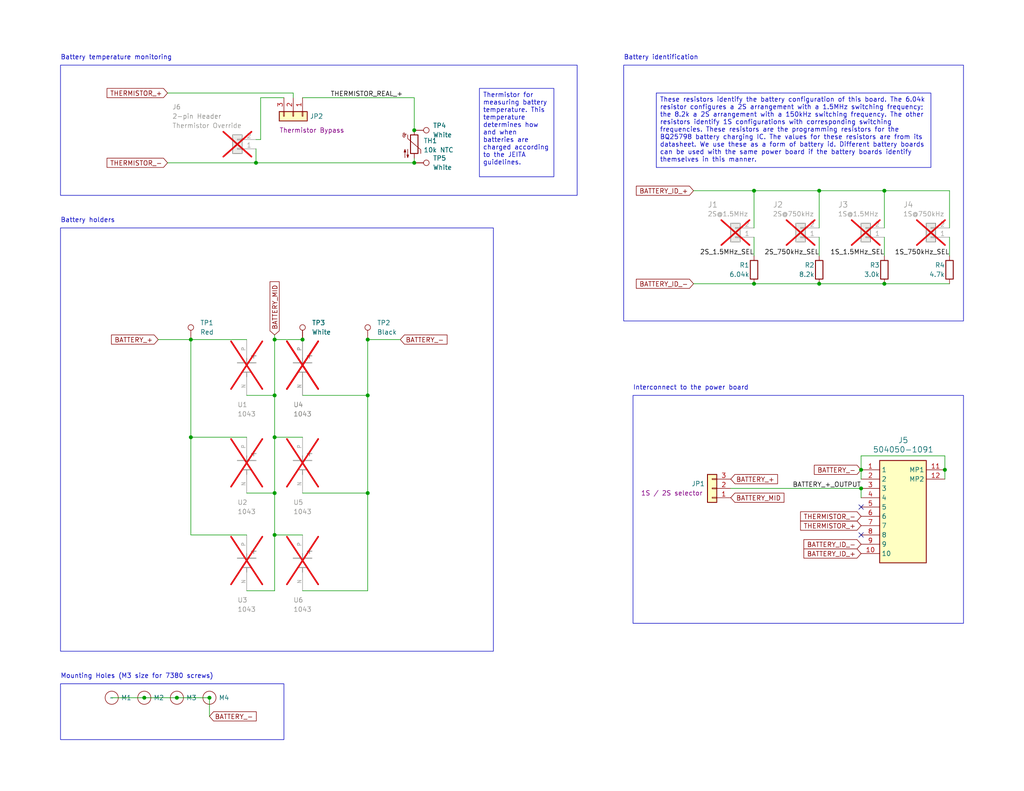
<source format=kicad_sch>
(kicad_sch (version 20230121) (generator eeschema)
  (paper "USLetter")
  (lib_symbols
    (symbol "Connector_Generic:Conn_01x02" (pin_names (offset 1.016) hide)
      (property "Reference" "J" (at 0 2.54 0))
      (property "Value" "Conn_01x02" (at 0 -5.08 0))
      (symbol "Conn_01x02_1_1"
        (rectangle (start -1.27 -2.413) (end 0 -2.667) (stroke (width 0.1524)))
        (rectangle (start -1.27 0.127) (end 0 -0.127) (stroke (width 0.1524)))
        (rectangle (start -1.27 1.27) (end 1.27 -3.81) (stroke (width 0.254)) (fill (type background)))
        (pin passive line (at -5.08 0 0) (length 3.81) (name "Pin_1") (number "1"))
        (pin passive line (at -5.08 -2.54 0) (length 3.81) (name "Pin_2") (number "2"))
      )
    )
    (symbol "Connector_Generic:Conn_01x03" (pin_names (offset 1.016) hide)
      (property "Reference" "J" (at 0 5.08 0))
      (property "Value" "Conn_01x03" (at 0 -5.08 0))
      (symbol "Conn_01x03_1_1"
        (rectangle (start -1.27 -2.413) (end 0 -2.667) (stroke (width 0.1524)))
        (rectangle (start -1.27 0.127) (end 0 -0.127) (stroke (width 0.1524)))
        (rectangle (start -1.27 2.667) (end 0 2.413) (stroke (width 0.1524)))
        (rectangle (start -1.27 3.81) (end 1.27 -3.81) (stroke (width 0.254)) (fill (type background)))
        (pin passive line (at -5.08 2.54 0) (length 3.81) (name "Pin_1") (number "1"))
        (pin passive line (at -5.08 0 0) (length 3.81) (name "Pin_2") (number "2"))
        (pin passive line (at -5.08 -2.54 0) (length 3.81) (name "Pin_3") (number "3"))
      )
    )
    (symbol "Device:R" (pin_numbers hide) (pin_names (offset 0))
      (property "Reference" "R" (at 2.032 0 90))
      (property "Value" "R" (at 0 0 90))
      (symbol "R_0_1"
        (rectangle (start -1.016 -2.54) (end 1.016 2.54) (stroke (width 0.254)))
      )
      (symbol "R_1_1"
        (pin passive line (at 0 3.81 270) (length 1.27) (name "~") (number "1"))
        (pin passive line (at 0 -3.81 90) (length 1.27) (name "~") (number "2"))
      )
    )
    (symbol "Device:Thermistor_NTC" (pin_numbers hide) (pin_names (offset 0))
      (property "Reference" "TH" (at -4.445 0 90))
      (property "Value" "Thermistor_NTC" (at 3.175 0 90))
      (symbol "Thermistor_NTC_0_1"
        (arc (start -3.048 2.159) (mid -3.0495 2.3143) (end -3.175 2.413))
        (arc (start -3.048 2.159) (mid -2.9736 1.9794) (end -2.794 1.905))
        (arc (start -3.048 2.794) (mid -2.9736 2.6144) (end -2.794 2.54))
        (arc (start -2.794 1.905) (mid -2.6144 1.9794) (end -2.54 2.159))
        (arc (start -2.794 2.54) (mid -2.4393 2.5587) (end -2.159 2.794))
        (arc (start -2.794 3.048) (mid -2.9736 2.9736) (end -3.048 2.794))
        (arc (start -2.54 2.794) (mid -2.6144 2.9736) (end -2.794 3.048))
        (rectangle (start -1.016 2.54) (end 1.016 -2.54) (stroke (width 0.254)))
        (polyline (pts (xy -2.54 2.159) (xy -2.54 2.794)))
        (polyline (pts (xy -1.778 2.54) (xy -1.778 1.524) (xy 1.778 -1.524) (xy 1.778 -2.54)))
        (polyline (pts (xy -2.54 -3.683) (xy -2.54 -1.397) (xy -2.794 -2.159) (xy -2.286 -2.159) (xy -2.54 -1.397) (xy -2.54 -1.651)) (fill (type outline)))
        (polyline (pts (xy -1.778 -1.397) (xy -1.778 -3.683) (xy -2.032 -2.921) (xy -1.524 -2.921) (xy -1.778 -3.683) (xy -1.778 -3.429)) (fill (type outline)))
      )
      (symbol "Thermistor_NTC_1_1"
        (pin passive line (at 0 3.81 270) (length 1.27) (name "~") (number "1"))
        (pin passive line (at 0 -3.81 90) (length 1.27) (name "~") (number "2"))
      )
    )
    (symbol "Molex 504050-1091:504050-1091"
      (property "Reference" "J" (at 5.08 7.62 0))
      (property "Value" "504050-1091" (at 5.08 5.08 0))
      (symbol "504050-1091_1_1"
        (rectangle (start 5.08 2.54) (end 17.78 -25.4) (stroke (width 0.254)) (fill (type background)))
        (pin passive line (at 0 0 0) (length 5.08) (name "1") (number "1"))
        (pin passive line (at 0 -22.86 0) (length 5.08) (name "10") (number "10"))
        (pin passive line (at 22.86 0 180) (length 5.08) (name "MP1") (number "11"))
        (pin passive line (at 22.86 -2.54 180) (length 5.08) (name "MP2") (number "12"))
        (pin passive line (at 0 -2.54 0) (length 5.08) (name "2") (number "2"))
        (pin passive line (at 0 -5.08 0) (length 5.08) (name "3") (number "3"))
        (pin passive line (at 0 -7.62 0) (length 5.08) (name "4") (number "4"))
        (pin passive line (at 0 -10.16 0) (length 5.08) (name "5") (number "5"))
        (pin passive line (at 0 -12.7 0) (length 5.08) (name "6") (number "6"))
        (pin passive line (at 0 -15.24 0) (length 5.08) (name "7") (number "7"))
        (pin passive line (at 0 -17.78 0) (length 5.08) (name "8") (number "8"))
        (pin passive line (at 0 -20.32 0) (length 5.08) (name "9") (number "9"))
      )
    )
    (symbol "Mounting Holes:Mounting_Hole_M3_ISO_7380" (in_bom no)
      (property "Reference" "M" (at 0 0 0))
      (symbol "Mounting_Hole_M3_ISO_7380_0_1"
        (circle (center 0 0) (radius 1.7961))
      )
      (symbol "Mounting_Hole_M3_ISO_7380_1_1"
        (pin passive line (at 0 0 0) (length 2.54) hide (name "Hole") (number "1"))
      )
    )
    (symbol "TVSC:Keystone_1043" (pin_names (offset 1.016))
      (property "Reference" "BT" (at -3.81 3.81 0))
      (symbol "Keystone_1043_0_0"
        (polyline (pts (xy -3.81 1.905) (xy -2.54 1.905)) (stroke (width 0.254)))
        (polyline (pts (xy -3.175 2.54) (xy -3.175 1.27)) (stroke (width 0.254)))
        (polyline (pts (xy -1.27 0) (xy -2.54 0)) (stroke (width 0.254)))
        (polyline (pts (xy -1.27 0) (xy -1.27 -2.54)) (stroke (width 0.254)))
        (polyline (pts (xy -1.27 2.54) (xy -1.27 0)) (stroke (width 0.254)))
        (polyline (pts (xy 1.27 0) (xy 1.27 -1.27)) (stroke (width 0.254)))
        (polyline (pts (xy 1.27 0) (xy 2.54 0)) (stroke (width 0.254)))
        (polyline (pts (xy 1.27 1.27) (xy 1.27 0)) (stroke (width 0.254)))
        (pin passive line (at 7.62 0 180) (length 5.08) (name "~") (number "N"))
        (pin passive line (at -7.62 0 0) (length 5.08) (name "~") (number "P"))
      )
    )
    (symbol "TVSC:TestPoint_Keystone_5000" (pin_numbers hide) (pin_names (offset 0.762) hide)
      (property "Reference" "TP" (at 0 6.858 0))
      (property "Value" "TestPoint" (at 0 5.08 0))
      (symbol "TestPoint_Keystone_5000_0_1"
        (circle (center 0 3.302) (radius 0.762))
      )
      (symbol "TestPoint_Keystone_5000_1_1"
        (pin passive line (at 0 0 90) (length 2.54) (name "1") (number "1"))
      )
    )
    (symbol "TVSC:TestPoint_Keystone_5001" (pin_numbers hide) (pin_names (offset 0.762) hide)
      (property "Reference" "TP" (at 0 6.858 0))
      (property "Value" "TestPoint" (at 0 5.08 0))
      (symbol "TestPoint_Keystone_5001_0_1"
        (circle (center 0 3.302) (radius 0.762))
      )
      (symbol "TestPoint_Keystone_5001_1_1"
        (pin passive line (at 0 0 90) (length 2.54) (name "1") (number "1"))
      )
    )
    (symbol "TVSC:TestPoint_Keystone_5002" (pin_numbers hide) (pin_names (offset 0.762) hide)
      (property "Reference" "TP" (at 0 6.858 0))
      (property "Value" "TestPoint" (at 0 5.08 0))
      (symbol "TestPoint_Keystone_5002_0_1"
        (circle (center 0 3.302) (radius 0.762))
      )
      (symbol "TestPoint_Keystone_5002_1_1"
        (pin passive line (at 0 0 90) (length 2.54) (name "1") (number "1"))
      )
    )
  )
  (junction (at 241.3 52.07))
  (junction (at 234.95 128.27))
  (junction (at 223.52 52.07))
  (junction (at 113.03 35.56))
  (junction (at 82.55 92.71))
  (junction (at 100.33 107.95))
  (junction (at 257.81 128.27))
  (junction (at 69.85 44.45))
  (junction (at 74.93 146.05))
  (junction (at 57.15 190.5))
  (junction (at 241.3 77.47))
  (junction (at 234.95 133.35))
  (junction (at 74.93 107.95))
  (junction (at 52.07 119.38))
  (junction (at 100.33 92.71))
  (junction (at 205.74 77.47))
  (junction (at 113.03 44.45))
  (junction (at 205.74 52.07))
  (junction (at 223.52 77.47))
  (junction (at 74.93 92.71))
  (junction (at 52.07 92.71))
  (junction (at 74.93 119.38))
  (junction (at 74.93 134.62))
  (junction (at 39.37 190.5))
  (junction (at 100.33 134.62))
  (junction (at 48.26 190.5))
  (no_connect (at 234.95 146.05))
  (no_connect (at 234.95 138.43))
  (wire (pts (xy 67.31 161.29) (xy 74.93 161.29)))
  (wire (pts (xy 74.93 92.71) (xy 82.55 92.71)))
  (wire (pts (xy 234.95 124.46) (xy 234.95 128.27)))
  (wire (pts (xy 82.55 134.62) (xy 100.33 134.62)))
  (wire (pts (xy 74.93 119.38) (xy 82.55 119.38)))
  (wire (pts (xy 234.95 133.35) (xy 234.95 135.89)))
  (wire (pts (xy 257.81 124.46) (xy 234.95 124.46)))
  (wire (pts (xy 241.3 77.47) (xy 259.08 77.47)))
  (wire (pts (xy 205.74 52.07) (xy 223.52 52.07)))
  (wire (pts (xy 189.23 77.47) (xy 205.74 77.47)))
  (wire (pts (xy 100.33 92.71) (xy 100.33 107.95)))
  (wire (pts (xy 52.07 146.05) (xy 67.31 146.05)))
  (wire (pts (xy 100.33 134.62) (xy 100.33 161.29)))
  (wire (pts (xy 241.3 52.07) (xy 259.08 52.07)))
  (wire (pts (xy 74.93 134.62) (xy 74.93 146.05)))
  (wire (pts (xy 52.07 119.38) (xy 52.07 146.05)))
  (wire (pts (xy 30.48 190.5) (xy 39.37 190.5)))
  (wire (pts (xy 234.95 128.27) (xy 234.95 130.81)))
  (wire (pts (xy 205.74 64.77) (xy 205.74 69.85)))
  (wire (pts (xy 259.08 64.77) (xy 259.08 69.85)))
  (wire (pts (xy 45.72 44.45) (xy 69.85 44.45)))
  (wire (pts (xy 80.01 25.4) (xy 80.01 26.67)))
  (wire (pts (xy 67.31 107.95) (xy 74.93 107.95)))
  (wire (pts (xy 257.81 128.27) (xy 257.81 124.46)))
  (wire (pts (xy 223.52 64.77) (xy 223.52 69.85)))
  (wire (pts (xy 74.93 92.71) (xy 74.93 91.44)))
  (wire (pts (xy 189.23 52.07) (xy 205.74 52.07)))
  (wire (pts (xy 52.07 119.38) (xy 67.31 119.38)))
  (wire (pts (xy 113.03 26.67) (xy 82.55 26.67)))
  (wire (pts (xy 241.3 52.07) (xy 241.3 62.23)))
  (wire (pts (xy 74.93 134.62) (xy 74.93 119.38)))
  (wire (pts (xy 223.52 77.47) (xy 241.3 77.47)))
  (wire (pts (xy 69.85 44.45) (xy 113.03 44.45)))
  (wire (pts (xy 259.08 52.07) (xy 259.08 62.23)))
  (wire (pts (xy 39.37 190.5) (xy 48.26 190.5)))
  (wire (pts (xy 45.72 25.4) (xy 80.01 25.4)))
  (wire (pts (xy 69.85 38.1) (xy 71.12 38.1)))
  (wire (pts (xy 57.15 190.5) (xy 57.15 195.58)))
  (wire (pts (xy 48.26 190.5) (xy 57.15 190.5)))
  (wire (pts (xy 100.33 92.71) (xy 109.22 92.71)))
  (wire (pts (xy 74.93 107.95) (xy 74.93 92.71)))
  (wire (pts (xy 223.52 52.07) (xy 241.3 52.07)))
  (wire (pts (xy 71.12 26.67) (xy 71.12 38.1)))
  (wire (pts (xy 52.07 92.71) (xy 67.31 92.71)))
  (wire (pts (xy 113.03 44.45) (xy 113.03 43.18)))
  (wire (pts (xy 82.55 161.29) (xy 100.33 161.29)))
  (wire (pts (xy 205.74 52.07) (xy 205.74 62.23)))
  (wire (pts (xy 67.31 134.62) (xy 74.93 134.62)))
  (wire (pts (xy 100.33 107.95) (xy 100.33 134.62)))
  (wire (pts (xy 113.03 35.56) (xy 113.03 26.67)))
  (wire (pts (xy 74.93 146.05) (xy 82.55 146.05)))
  (wire (pts (xy 257.81 128.27) (xy 257.81 130.81)))
  (wire (pts (xy 241.3 64.77) (xy 241.3 69.85)))
  (wire (pts (xy 71.12 26.67) (xy 77.47 26.67)))
  (wire (pts (xy 43.18 92.71) (xy 52.07 92.71)))
  (wire (pts (xy 199.39 133.35) (xy 234.95 133.35)))
  (wire (pts (xy 69.85 40.64) (xy 69.85 44.45)))
  (wire (pts (xy 74.93 161.29) (xy 74.93 146.05)))
  (wire (pts (xy 223.52 52.07) (xy 223.52 62.23)))
  (wire (pts (xy 52.07 92.71) (xy 52.07 119.38)))
  (wire (pts (xy 82.55 107.95) (xy 100.33 107.95)))
  (wire (pts (xy 205.74 77.47) (xy 223.52 77.47)))
  (wire (pts (xy 74.93 107.95) (xy 74.93 119.38)))
  (rectangle (start 16.51 62.23) (end 134.62 177.8))
  (rectangle (start 16.51 17.78) (end 157.48 53.34))
  (rectangle (start 172.72 107.95) (end 262.89 170.18))
  (rectangle (start 170.18 17.78) (end 262.89 87.63))
  (rectangle (start 16.51 186.69) (end 77.47 201.93))
  (text_box "Thermistor for measuring battery temperature. This temperature determines how and when batteries are charged according to the JEITA guidelines." (at 130.81 24.13 0) (size 20.32 24.13) (effects (font (size 1.27 1.27)) (justify left top)))
  (text_box "These resistors identify the battery configuration of this board. The 6.04k resistor configures a 2S arrangement with a 1.5MHz switching frequency; the 8.2k a 2S arrangement with a 150kHz switching frequency. The other resistors identify 1S configurations with corresponding switching frequencies. These resistors are the programming resistors for the BQ25798 battery charging IC. The values for these resistors are from its datasheet. We use these as a form of battery id. Different battery boards can be used with the same power board if the battery boards identify themselves in this manner." (at 179.07 25.4 0) (size 74.93 20.32) (effects (font (size 1.27 1.27)) (justify left top)))
  (text "Mounting Holes (M3 size for 7380 screws)" (at 16.51 185.42 0) (effects (font (size 1.27 1.27)) (justify left bottom)))
  (text "Battery identification" (at 170.18 16.51 0) (effects (font (size 1.27 1.27)) (justify left bottom)))
  (text "Battery temperature monitoring" (at 16.51 16.51 0) (effects (font (size 1.27 1.27)) (justify left bottom)))
  (text "Battery holders" (at 16.51 60.96 0) (effects (font (size 1.27 1.27)) (justify left bottom)))
  (text "Interconnect to the power board" (at 172.72 106.68 0) (effects (font (size 1.27 1.27)) (justify left bottom)))
  (label "THERMISTOR_REAL_+" (at 90.17 26.67 0))
  (label "1S_750kHz_SEL" (at 259.08 69.85 180))
  (label "1S_1.5MHz_SEL" (at 241.3 69.85 180))
  (label "2S_750kHz_SEL" (at 223.52 69.85 180))
  (label "BATTERY_+_OUTPUT" (at 234.95 133.35 180))
  (label "2S_1.5MHz_SEL" (at 205.74 69.85 180))
  (global_label "BATTERY_MID" (shape input) (at 74.93 91.44 90) (property "Intersheetrefs" "${INTERSHEET_REFS}" (effects hide)))
  (global_label "THERMISTOR_+" (shape input) (at 234.95 143.51 180) (property "Intersheetrefs" "${INTERSHEET_REFS}" (effects hide)))
  (global_label "BATTERY_ID_+" (shape input) (at 234.95 151.13 180) (property "Intersheetrefs" "${INTERSHEET_REFS}" (effects hide)))
  (global_label "THERMISTOR_+" (shape input) (at 45.72 25.4 180) (property "Intersheetrefs" "${INTERSHEET_REFS}" (effects hide)))
  (global_label "BATTERY_ID_+" (shape input) (at 189.23 52.07 180) (property "Intersheetrefs" "${INTERSHEET_REFS}" (effects hide)))
  (global_label "BATTERY_-" (shape input) (at 57.15 195.58 0) (property "Intersheetrefs" "${INTERSHEET_REFS}" (effects hide)))
  (global_label "BATTERY_ID_-" (shape input) (at 189.23 77.47 180) (property "Intersheetrefs" "${INTERSHEET_REFS}" (effects hide)))
  (global_label "BATTERY_-" (shape input) (at 109.22 92.71 0) (property "Intersheetrefs" "${INTERSHEET_REFS}" (effects hide)))
  (global_label "THERMISTOR_-" (shape input) (at 234.95 140.97 180) (property "Intersheetrefs" "${INTERSHEET_REFS}" (effects hide)))
  (global_label "THERMISTOR_-" (shape input) (at 45.72 44.45 180) (property "Intersheetrefs" "${INTERSHEET_REFS}" (effects hide)))
  (global_label "BATTERY_+" (shape input) (at 43.18 92.71 180) (property "Intersheetrefs" "${INTERSHEET_REFS}" (effects hide)))
  (global_label "BATTERY_MID" (shape input) (at 199.39 135.89 0) (property "Intersheetrefs" "${INTERSHEET_REFS}" (effects hide)))
  (global_label "BATTERY_-" (shape input) (at 234.95 128.27 180) (property "Intersheetrefs" "${INTERSHEET_REFS}" (effects hide)))
  (global_label "BATTERY_+" (shape input) (at 199.39 130.81 0) (property "Intersheetrefs" "${INTERSHEET_REFS}" (effects hide)))
  (global_label "BATTERY_ID_-" (shape input) (at 234.95 148.59 180) (property "Intersheetrefs" "${INTERSHEET_REFS}" (effects hide)))
  (symbol (lib_id "TVSC:TestPoint_Keystone_5002") (at 113.03 44.45 270) (unit 1)
    (property "Reference" "TP5" (at 118.11 43.18 90) (effects (justify left)))
    (property "Value" "White" (at 118.11 45.72 90) (effects (justify left)))
    (property "Footprint" "footprints:Keystone_5002" (effects hide))
    (property "Datasheet" "https://www.keyelco.com/product.cfm/product_id/1311" (effects hide))
    (property "MPN" "C238123" (effects hide))
    (property "Manufacturer" "Keystone" (effects hide))
    (property "Color" "White" (effects hide))
    (property "Manufacturer Part Number" "5002" (effects hide))
    (property "Active" "Y" (effects hide))
  )
  (symbol (lib_id "TVSC:Keystone_1043") (at 82.55 100.33 270) (unit 1) (dnp yes)
    (property "Reference" "U4" (at 80.01 110.49 90) (effects (justify left)))
    (property "Value" "1043" (at 80.01 113.03 90) (effects (justify left)))
    (property "Footprint" "footprints:BAT_1043" (effects hide))
    (property "Manufacturer" "Keystone" (effects hide))
    (property "Active" "Y" (effects hide))
    (property "Manufacturer Part Number" "1043" (effects hide))
    (property "MPN" "C5355143" (effects hide))
  )
  (symbol (lib_id "Connector_Generic:Conn_01x03") (at 194.31 133.35 180) (unit 1)
    (property "Reference" "JP1" (at 190.5 132.08 0))
    (property "Value" "Conn_01x03" (effects hide))
    (property "Footprint" "HDRV3W64P0X254_1X3_762X254X869P" (effects hide))
    (property "Datasheet" "http://katalog.we-online.de/em/datasheet/6130xx11121.pdf" (effects hide))
    (property "Purpose" "1S / 2S selector" (at 191.77 134.62 0) (effects (justify left)))
    (property "MPN" "C2915006" (effects hide))
    (property "Manufacturer" "Wurth Elektronik" (effects hide))
    (property "Manufacturer Part Number" "61300311121" (effects hide))
    (property "Active" "Y" (effects hide))
    (property "Height" "8.69" (effects hide))
    (property "Manufacturer_Name" "Wurth Elektronik" (effects hide))
    (property "Manufacturer_Part_Number" "61300311121" (effects hide))
    (property "Mouser Part Number" "710-61300311121" (effects hide))
    (property "Mouser Price/Stock" "https://www.mouser.co.uk/ProductDetail/Wurth-Elektronik/61300311121?qs=PhR8RmCirEYxRWFJzNKsUw%3D%3D" (effects hide))
  )
  (symbol (lib_id "Mounting Holes:Mounting_Hole_M3_ISO_7380") (at 39.37 190.5 0) (unit 1) (in_bom no)
    (property "Reference" "M2" (at 41.91 190.5 0) (effects (justify left)))
    (property "Value" "~" (at 39.37 190.5 0))
    (property "Footprint" "MountingHole:MountingHole_3.2mm_M3_ISO7380_Pad_TopBottom" (effects hide))
  )
  (symbol (lib_id "TVSC:TestPoint_Keystone_5002") (at 113.03 35.56 270) (unit 1)
    (property "Reference" "TP4" (at 118.11 34.29 90) (effects (justify left)))
    (property "Value" "White" (at 118.11 36.83 90) (effects (justify left)))
    (property "Footprint" "footprints:Keystone_5002" (effects hide))
    (property "Datasheet" "https://www.keyelco.com/product.cfm/product_id/1311" (effects hide))
    (property "MPN" "C238123" (effects hide))
    (property "Manufacturer" "Keystone" (effects hide))
    (property "Color" "White" (effects hide))
    (property "Manufacturer Part Number" "5002" (effects hide))
    (property "Active" "Y" (effects hide))
  )
  (symbol (lib_id "Device:R") (at 259.08 73.66 0) (unit 1)
    (property "Reference" "R4" (at 257.81 72.39 0) (effects (justify right)))
    (property "Value" "4.7k" (at 257.81 74.93 0) (effects (justify right)))
    (property "Footprint" "Resistor_SMD:R_0603_1608Metric" (effects hide))
    (property "Active" "Y" (effects hide))
    (property "MPN" "C99782" (effects hide))
    (property "Manufacturer" "YAGEO" (effects hide))
    (property "Manufacturer Part Number" "RC0603FR-074K7L" (effects hide))
    (property "Specs" "1%" (effects hide))
  )
  (symbol (lib_id "Device:R") (at 223.52 73.66 0) (unit 1)
    (property "Reference" "R2" (at 222.25 72.39 0) (effects (justify right)))
    (property "Value" "8.2k" (at 222.25 74.93 0) (effects (justify right)))
    (property "Footprint" "Resistor_SMD:R_0603_1608Metric" (effects hide))
    (property "Active" "Y" (effects hide))
    (property "MPN" "C114637" (effects hide))
    (property "Manufacturer" "YAGEO" (effects hide))
    (property "Manufacturer Part Number" "RC0603FR-078K2L" (effects hide))
    (property "Specs" "1%" (effects hide))
  )
  (symbol (lib_id "TVSC:TestPoint_Keystone_5001") (at 100.33 92.71 0) (unit 1)
    (property "Reference" "TP2" (at 102.87 88.138 0) (effects (justify left)))
    (property "Value" "Black" (at 102.87 90.678 0) (effects (justify left)))
    (property "Footprint" "footprints:Keystone_5001" (effects hide))
    (property "Datasheet" "https://www.keyelco.com/product.cfm/product_id/1310" (effects hide))
    (property "MPN" "C238122" (effects hide))
    (property "Manufacturer" "Keystone" (effects hide))
    (property "Color" "Black" (effects hide))
    (property "Manufacturer Part Number" "5001" (effects hide))
    (property "Active" "Y" (effects hide))
  )
  (symbol (lib_id "Molex 504050-1091:504050-1091") (at 234.95 128.27 0) (unit 1)
    (property "Reference" "J5" (at 246.4493 120.1999 0) (effects (font (size 1.524 1.524))))
    (property "Value" "504050-1091" (at 246.4493 122.7399 0) (effects (font (size 1.524 1.524))))
    (property "Footprint" "504050-1091" (effects hide))
    (property "Datasheet" "https://datasheet.datasheetarchive.com/originals/distributors/Datasheets_SAMA/78973205e9f4d17ddd54ea229574413e.pdf" (effects hide))
    (property "Active" "Y" (effects hide))
    (property "MPN" "C5375652" (effects hide))
    (property "Manufacturer" "MOLEX" (effects hide))
    (property "Manufacturer Part Number" "504050-1091" (effects hide))
    (property "Manufacturer_Name" "Molex" (effects hide))
    (property "Manufacturer_Part_Number" "504050-1091" (effects hide))
    (property "Mouser Part Number" "538-504050-1091" (effects hide))
    (property "Mouser Price/Stock" "https://www.mouser.co.uk/ProductDetail/Molex/504050-1091?qs=bvCPb%252BE7ys3Pdh2ki4M4Kw%3D%3D" (effects hide))
  )
  (symbol (lib_id "Mounting Holes:Mounting_Hole_M3_ISO_7380") (at 48.26 190.5 0) (unit 1) (in_bom no)
    (property "Reference" "M3" (at 50.8 190.5 0) (effects (justify left)))
    (property "Value" "~" (at 48.26 190.5 0))
    (property "Footprint" "MountingHole:MountingHole_3.2mm_M3_ISO7380_Pad_TopBottom" (effects hide))
  )
  (symbol (lib_id "Connector_Generic:Conn_01x02") (at 236.22 64.77 180) (unit 1) (dnp yes)
    (property "Reference" "J3" (at 228.6 55.88 0) (effects (font (size 1.524 1.524)) (justify right)))
    (property "Value" "2-pin Header" (effects hide))
    (property "Footprint" "Connector_PinHeader_1.27mm:PinHeader_1x02_P1.27mm_Vertical" (effects hide))
    (property "Manufacturer" "JST" (effects hide))
    (property "Manufacturer Part Number" "B02B-XASK-1(LF)(SN)" (effects hide))
    (property "Active" "Y" (effects hide))
    (property "MPN" "C263753" (effects hide))
    (property "Purpose" "1S@1.5MHz" (at 228.6 58.42 0) (effects (justify right)))
  )
  (symbol (lib_id "Mounting Holes:Mounting_Hole_M3_ISO_7380") (at 30.48 190.5 0) (unit 1) (in_bom no)
    (property "Reference" "M1" (at 33.02 190.5 0) (effects (justify left)))
    (property "Value" "~" (at 30.48 190.5 0))
    (property "Footprint" "MountingHole:MountingHole_3.2mm_M3_ISO7380_Pad_TopBottom" (effects hide))
  )
  (symbol (lib_id "Connector_Generic:Conn_01x03") (at 80.01 31.75 270) (unit 1)
    (property "Reference" "JP2" (at 86.36 31.75 90))
    (property "Value" "Conn_01x03" (effects hide))
    (property "Footprint" "HDRV3W64P0X254_1X3_762X254X869P" (effects hide))
    (property "Datasheet" "http://katalog.we-online.de/em/datasheet/6130xx11121.pdf" (effects hide))
    (property "Purpose" "Thermistor Bypass" (at 93.98 35.56 90) (effects (justify right)))
    (property "MPN" "C2915006" (effects hide))
    (property "Manufacturer" "Wurth Elektronik" (effects hide))
    (property "Manufacturer Part Number" "61300311121" (effects hide))
    (property "Active" "Y" (effects hide))
    (property "Height" "8.69" (effects hide))
    (property "Manufacturer_Name" "Wurth Elektronik" (effects hide))
    (property "Manufacturer_Part_Number" "61300311121" (effects hide))
    (property "Mouser Part Number" "710-61300311121" (effects hide))
    (property "Mouser Price/Stock" "https://www.mouser.co.uk/ProductDetail/Wurth-Elektronik/61300311121?qs=PhR8RmCirEYxRWFJzNKsUw%3D%3D" (effects hide))
  )
  (symbol (lib_id "Connector_Generic:Conn_01x02") (at 200.66 64.77 180) (unit 1) (dnp yes)
    (property "Reference" "J1" (at 193.04 55.88 0) (effects (font (size 1.524 1.524)) (justify right)))
    (property "Value" "2-pin Header" (effects hide))
    (property "Footprint" "Connector_PinHeader_1.27mm:PinHeader_1x02_P1.27mm_Vertical" (effects hide))
    (property "Manufacturer" "JST" (effects hide))
    (property "Manufacturer Part Number" "B02B-XASK-1(LF)(SN)" (effects hide))
    (property "Active" "Y" (effects hide))
    (property "MPN" "C263753" (effects hide))
    (property "Purpose" "2S@1.5MHz" (at 193.04 58.42 0) (effects (justify right)))
  )
  (symbol (lib_id "TVSC:TestPoint_Keystone_5000") (at 52.07 92.71 0) (unit 1)
    (property "Reference" "TP1" (at 54.61 88.138 0) (effects (justify left)))
    (property "Value" "Red" (at 54.61 90.678 0) (effects (justify left)))
    (property "Footprint" "footprints:Keystone_5000" (effects hide))
    (property "Datasheet" "https://www.keyelco.com/product.cfm/product_id/1309" (effects hide))
    (property "MPN" "C5199900" (effects hide))
    (property "Manufacturer" "Keystone" (effects hide))
    (property "Color" "Red" (effects hide))
    (property "Manufacturer Part Number" "5000" (effects hide))
    (property "Active" "Y" (effects hide))
  )
  (symbol (lib_id "TVSC:Keystone_1043") (at 82.55 127 270) (unit 1) (dnp yes)
    (property "Reference" "U5" (at 80.01 137.16 90) (effects (justify left)))
    (property "Value" "1043" (at 80.01 139.7 90) (effects (justify left)))
    (property "Footprint" "footprints:BAT_1043" (effects hide))
    (property "Manufacturer" "Keystone" (effects hide))
    (property "Active" "Y" (effects hide))
    (property "Manufacturer Part Number" "1043" (effects hide))
    (property "MPN" "C5355143" (effects hide))
  )
  (symbol (lib_id "Device:R") (at 205.74 73.66 0) (unit 1)
    (property "Reference" "R1" (at 204.47 72.39 0) (effects (justify right)))
    (property "Value" "6.04k" (at 204.47 74.93 0) (effects (justify right)))
    (property "Footprint" "Resistor_SMD:R_0603_1608Metric" (effects hide))
    (property "Active" "Y" (effects hide))
    (property "MPN" "C114631" (effects hide))
    (property "Manufacturer" "YAGEO" (effects hide))
    (property "Manufacturer Part Number" "RC0603FR-076K2L" (effects hide))
    (property "Specs" "1%" (effects hide))
  )
  (symbol (lib_id "Connector_Generic:Conn_01x02") (at 218.44 64.77 180) (unit 1) (dnp yes)
    (property "Reference" "J2" (at 210.82 55.88 0) (effects (font (size 1.524 1.524)) (justify right)))
    (property "Value" "2-pin Header" (effects hide))
    (property "Footprint" "Connector_PinHeader_1.27mm:PinHeader_1x02_P1.27mm_Vertical" (effects hide))
    (property "Manufacturer" "JST" (effects hide))
    (property "Manufacturer Part Number" "B02B-XASK-1(LF)(SN)" (effects hide))
    (property "Active" "Y" (effects hide))
    (property "MPN" "C263753" (effects hide))
    (property "Purpose" "2S@750kHz" (at 210.82 58.42 0) (effects (justify right)))
  )
  (symbol (lib_id "TVSC:TestPoint_Keystone_5002") (at 82.55 92.71 0) (unit 1)
    (property "Reference" "TP3" (at 85.09 88.138 0) (effects (justify left)))
    (property "Value" "White" (at 85.09 90.678 0) (effects (justify left)))
    (property "Footprint" "footprints:Keystone_5002" (effects hide))
    (property "Datasheet" "https://www.keyelco.com/product.cfm/product_id/1311" (effects hide))
    (property "MPN" "C238123" (effects hide))
    (property "Manufacturer" "Keystone" (effects hide))
    (property "Color" "White" (effects hide))
    (property "Manufacturer Part Number" "5002" (effects hide))
    (property "Active" "Y" (effects hide))
  )
  (symbol (lib_id "Mounting Holes:Mounting_Hole_M3_ISO_7380") (at 57.15 190.5 0) (unit 1) (in_bom no)
    (property "Reference" "M4" (at 59.69 190.5 0) (effects (justify left)))
    (property "Value" "~" (at 57.15 190.5 0))
    (property "Footprint" "MountingHole:MountingHole_3.2mm_M3_ISO7380_Pad_TopBottom" (effects hide))
  )
  (symbol (lib_id "TVSC:Keystone_1043") (at 67.31 127 270) (unit 1) (dnp yes)
    (property "Reference" "U2" (at 64.77 137.16 90) (effects (justify left)))
    (property "Value" "1043" (at 64.77 139.7 90) (effects (justify left)))
    (property "Footprint" "footprints:BAT_1043" (effects hide))
    (property "Manufacturer" "Keystone" (effects hide))
    (property "Active" "Y" (effects hide))
    (property "Manufacturer Part Number" "1043" (effects hide))
    (property "MPN" "C5355143" (effects hide))
  )
  (symbol (lib_id "Device:Thermistor_NTC") (at 113.03 39.37 0) (unit 1)
    (property "Reference" "TH1" (at 115.57 38.4175 0) (effects (justify left)))
    (property "Value" "10k NTC" (at 115.57 40.9575 0) (effects (justify left)))
    (property "Footprint" "Resistor_SMD:R_0402_1005Metric" (effects hide))
    (property "Specs" "103AT-2 10kΩ NTC, but using an SMD component" (effects hide))
    (property "MPN" "C336815" (effects hide))
    (property "Manufacturer" "PANASONIC" (effects hide))
    (property "Manufacturer Part Number" "ERTJ0EG103GA" (effects hide))
    (property "Active" "Y" (effects hide))
  )
  (symbol (lib_id "TVSC:Keystone_1043") (at 82.55 153.67 270) (unit 1) (dnp yes)
    (property "Reference" "U6" (at 80.01 163.83 90) (effects (justify left)))
    (property "Value" "1043" (at 80.01 166.37 90) (effects (justify left)))
    (property "Footprint" "footprints:BAT_1043" (effects hide))
    (property "Manufacturer" "Keystone" (effects hide))
    (property "Active" "Y" (effects hide))
    (property "Manufacturer Part Number" "1043" (effects hide))
    (property "MPN" "C5355143" (effects hide))
  )
  (symbol (lib_id "Connector_Generic:Conn_01x02") (at 254 64.77 180) (unit 1) (dnp yes)
    (property "Reference" "J4" (at 246.38 55.88 0) (effects (font (size 1.524 1.524)) (justify right)))
    (property "Value" "2-pin Header" (effects hide))
    (property "Footprint" "Connector_PinHeader_1.27mm:PinHeader_1x02_P1.27mm_Vertical" (effects hide))
    (property "Manufacturer" "JST" (effects hide))
    (property "Manufacturer Part Number" "B02B-XASK-1(LF)(SN)" (effects hide))
    (property "Active" "Y" (effects hide))
    (property "MPN" "C263753" (effects hide))
    (property "Purpose" "1S@750kHz" (at 246.38 58.42 0) (effects (justify right)))
  )
  (symbol (lib_id "Connector_Generic:Conn_01x02") (at 64.77 40.64 180) (unit 1) (dnp yes)
    (property "Reference" "J6" (at 46.99 29.21 0) (effects (justify right)))
    (property "Value" "2-pin Header" (at 46.99 31.75 0) (effects (justify right)))
    (property "Footprint" "Connector_PinHeader_1.27mm:PinHeader_1x02_P1.27mm_Vertical" (effects hide))
    (property "Purpose" "Thermistor Override" (at 46.99 34.29 0) (effects (justify right)))
    (property "MPN" "C263753" (effects hide))
    (property "Manufacturer" "JST" (effects hide))
    (property "Manufacturer Part Number" "B02B-XASK-1(LF)(SN)" (effects hide))
    (property "Active" "Y" (effects hide))
  )
  (symbol (lib_id "Device:R") (at 241.3 73.66 0) (unit 1)
    (property "Reference" "R3" (at 240.03 72.39 0) (effects (justify right)))
    (property "Value" "3.0k" (at 240.03 74.93 0) (effects (justify right)))
    (property "Footprint" "Resistor_SMD:R_0603_1608Metric" (effects hide))
    (property "Active" "Y" (effects hide))
    (property "MPN" "C126358" (effects hide))
    (property "Manufacturer" "YAGEO" (effects hide))
    (property "Manufacturer Part Number" "RC0603FR-073KL" (effects hide))
    (property "Specs" "1%" (effects hide))
  )
  (symbol (lib_id "TVSC:Keystone_1043") (at 67.31 153.67 270) (unit 1) (dnp yes)
    (property "Reference" "U3" (at 64.77 163.83 90) (effects (justify left)))
    (property "Value" "1043" (at 64.77 166.37 90) (effects (justify left)))
    (property "Footprint" "footprints:BAT_1043" (effects hide))
    (property "Manufacturer" "Keystone" (effects hide))
    (property "Active" "Y" (effects hide))
    (property "Manufacturer Part Number" "1043" (effects hide))
    (property "MPN" "C5355143" (effects hide))
  )
  (symbol (lib_id "TVSC:Keystone_1043") (at 67.31 100.33 270) (unit 1) (dnp yes)
    (property "Reference" "U1" (at 64.77 110.49 90) (effects (justify left)))
    (property "Value" "1043" (at 64.77 113.03 90) (effects (justify left)))
    (property "Footprint" "footprints:BAT_1043" (effects hide))
    (property "Manufacturer" "Keystone" (effects hide))
    (property "Active" "Y" (effects hide))
    (property "Manufacturer Part Number" "1043" (effects hide))
    (property "MPN" "C5355143" (effects hide))
  )
)
</source>
